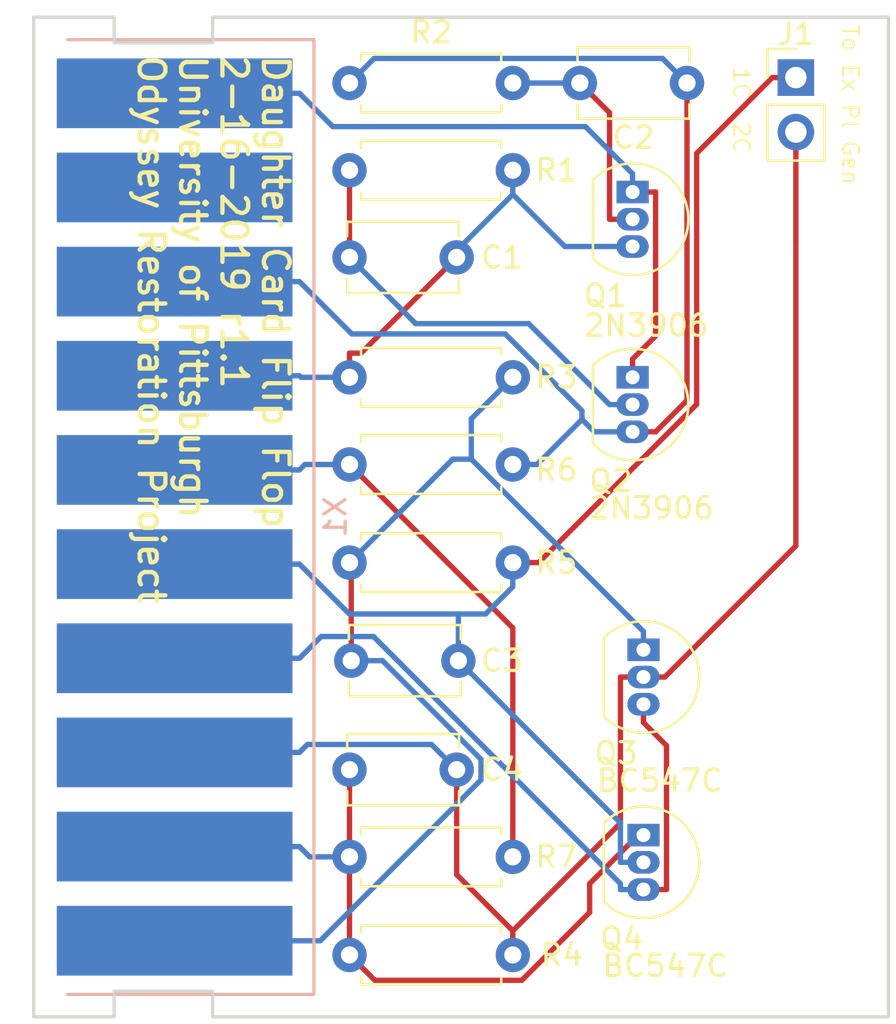
<source format=kicad_pcb>
(kicad_pcb (version 20171130) (host pcbnew "(5.0.1)-3")

  (general
    (thickness 1.6)
    (drawings 16)
    (tracks 112)
    (zones 0)
    (modules 17)
    (nets 12)
  )

  (page A4)
  (title_block
    (title "Odyssey Daughter Card Flip Flop")
    (date 2019-02-16)
    (rev 1.1)
    (company "University of Pittsburgh - Odyssey Restoration Project")
    (comment 1 "Levi Burner")
  )

  (layers
    (0 F.Cu signal)
    (31 B.Cu signal)
    (32 B.Adhes user)
    (33 F.Adhes user)
    (34 B.Paste user)
    (35 F.Paste user)
    (36 B.SilkS user)
    (37 F.SilkS user)
    (38 B.Mask user)
    (39 F.Mask user)
    (40 Dwgs.User user)
    (41 Cmts.User user)
    (42 Eco1.User user)
    (43 Eco2.User user)
    (44 Edge.Cuts user)
    (45 Margin user)
    (46 B.CrtYd user)
    (47 F.CrtYd user)
    (48 B.Fab user)
    (49 F.Fab user)
  )

  (setup
    (last_trace_width 0.25)
    (user_trace_width 2.5)
    (trace_clearance 0.2)
    (zone_clearance 0.508)
    (zone_45_only no)
    (trace_min 0.2)
    (segment_width 0.2)
    (edge_width 0.15)
    (via_size 0.8)
    (via_drill 0.4)
    (via_min_size 0.4)
    (via_min_drill 0.3)
    (uvia_size 0.3)
    (uvia_drill 0.1)
    (uvias_allowed no)
    (uvia_min_size 0.2)
    (uvia_min_drill 0.1)
    (pcb_text_width 0.3)
    (pcb_text_size 1.5 1.5)
    (mod_edge_width 0.15)
    (mod_text_size 1 1)
    (mod_text_width 0.15)
    (pad_size 1.05 1.5)
    (pad_drill 0.65)
    (pad_to_mask_clearance 0.2)
    (solder_mask_min_width 0.25)
    (aux_axis_origin 0 0)
    (visible_elements 7FFFFFFF)
    (pcbplotparams
      (layerselection 0x010f0_ffffffff)
      (usegerberextensions false)
      (usegerberattributes false)
      (usegerberadvancedattributes false)
      (creategerberjobfile false)
      (excludeedgelayer true)
      (linewidth 0.100000)
      (plotframeref false)
      (viasonmask false)
      (mode 1)
      (useauxorigin false)
      (hpglpennumber 1)
      (hpglpenspeed 20)
      (hpglpendiameter 15.000000)
      (psnegative false)
      (psa4output false)
      (plotreference true)
      (plotvalue true)
      (plotinvisibletext false)
      (padsonsilk false)
      (subtractmaskfromsilk false)
      (outputformat 1)
      (mirror false)
      (drillshape 0)
      (scaleselection 1)
      (outputdirectory "gerbers/"))
  )

  (net 0 "")
  (net 1 /Card7)
  (net 2 "Net-(C1-Pad1)")
  (net 3 "Net-(C2-Pad2)")
  (net 4 /Card8)
  (net 5 /Card5)
  (net 6 /Card1)
  (net 7 /Card2)
  (net 8 /Card3)
  (net 9 /Card10)
  (net 10 GND)
  (net 11 /Card6)

  (net_class Default "This is the default net class."
    (clearance 0.2)
    (trace_width 0.25)
    (via_dia 0.8)
    (via_drill 0.4)
    (uvia_dia 0.3)
    (uvia_drill 0.1)
    (add_net /Card1)
    (add_net /Card10)
    (add_net /Card2)
    (add_net /Card3)
    (add_net /Card5)
    (add_net /Card6)
    (add_net /Card7)
    (add_net /Card8)
    (add_net GND)
    (add_net "Net-(C1-Pad1)")
    (add_net "Net-(C2-Pad2)")
  )

  (module Odyssey_Daughter_Card:Odyssey_Daughter_Card (layer F.Cu) (tedit 5B0D8ECD) (tstamp 5B2441A7)
    (at 129 101)
    (path /5B0D981F)
    (fp_text reference X1 (at 7.5 0 90) (layer B.SilkS)
      (effects (font (size 1 1) (thickness 0.15)) (justify mirror))
    )
    (fp_text value OdysseyDaughterCard (at 0 -23.25) (layer F.Fab)
      (effects (font (size 1 1) (thickness 0.15)))
    )
    (fp_line (start -5 -22.25) (end 6.5 -22.25) (layer B.SilkS) (width 0.15))
    (fp_line (start 6.5 -22.25) (end 6.5 22.25) (layer B.SilkS) (width 0.15))
    (fp_line (start 6.5 22.25) (end -5 22.25) (layer B.SilkS) (width 0.15))
    (pad 10 smd rect (at 0 -19.75) (size 11 3.25) (layers B.Cu B.Mask)
      (net 9 /Card10))
    (pad 9 smd rect (at 0 -15.361112) (size 11 3.25) (layers B.Cu B.Mask))
    (pad 8 smd rect (at 0 -10.972224) (size 11 3.25) (layers B.Cu B.Mask)
      (net 4 /Card8))
    (pad 7 smd rect (at 0 -6.583336) (size 11 3.25) (layers B.Cu B.Mask)
      (net 1 /Card7))
    (pad 6 smd rect (at 0 -2.194448) (size 11 3.25) (layers B.Cu B.Mask)
      (net 11 /Card6))
    (pad 5 smd rect (at 0 2.19444) (size 11 3.25) (layers B.Cu B.Mask)
      (net 5 /Card5))
    (pad 4 smd rect (at 0 6.583328) (size 11 3.25) (layers B.Cu B.Mask)
      (net 10 GND))
    (pad 3 smd rect (at 0 10.972216) (size 11 3.25) (layers B.Cu B.Mask)
      (net 8 /Card3))
    (pad 2 smd rect (at 0 15.361104) (size 11 3.25) (layers B.Cu B.Mask)
      (net 7 /Card2))
    (pad 1 smd rect (at 0 19.749992) (size 11 3.25) (layers B.Cu B.Mask)
      (net 6 /Card1))
  )

  (module Capacitor_THT:C_Disc_D5.1mm_W3.2mm_P5.00mm (layer F.Cu) (tedit 5A142A3B) (tstamp 5B8EF54F)
    (at 137.16 88.9)
    (descr "C, Disc series, Radial, pin pitch=5.00mm, diameter*width=5.1*3.2mm^2, Capacitor, http://www.vishay.com/docs/45233/krseries.pdf")
    (tags "C Disc series Radial pin pitch 5.00mm  diameter 5.1mm width 3.2mm Capacitor")
    (path /5B785150)
    (fp_text reference C1 (at 7.112 0) (layer F.SilkS)
      (effects (font (size 1 1) (thickness 0.15)))
    )
    (fp_text value 0.1u (at 2.5 2.91) (layer F.Fab)
      (effects (font (size 1 1) (thickness 0.15)))
    )
    (fp_text user %R (at 2.5 0) (layer F.Fab)
      (effects (font (size 1 1) (thickness 0.15)))
    )
    (fp_line (start 6.05 -1.95) (end -1.05 -1.95) (layer F.CrtYd) (width 0.05))
    (fp_line (start 6.05 1.95) (end 6.05 -1.95) (layer F.CrtYd) (width 0.05))
    (fp_line (start -1.05 1.95) (end 6.05 1.95) (layer F.CrtYd) (width 0.05))
    (fp_line (start -1.05 -1.95) (end -1.05 1.95) (layer F.CrtYd) (width 0.05))
    (fp_line (start 5.11 0.996) (end 5.11 1.66) (layer F.SilkS) (width 0.12))
    (fp_line (start 5.11 -1.66) (end 5.11 -0.996) (layer F.SilkS) (width 0.12))
    (fp_line (start -0.11 0.996) (end -0.11 1.66) (layer F.SilkS) (width 0.12))
    (fp_line (start -0.11 -1.66) (end -0.11 -0.996) (layer F.SilkS) (width 0.12))
    (fp_line (start -0.11 1.66) (end 5.11 1.66) (layer F.SilkS) (width 0.12))
    (fp_line (start -0.11 -1.66) (end 5.11 -1.66) (layer F.SilkS) (width 0.12))
    (fp_line (start 5.05 -1.6) (end -0.05 -1.6) (layer F.Fab) (width 0.1))
    (fp_line (start 5.05 1.6) (end 5.05 -1.6) (layer F.Fab) (width 0.1))
    (fp_line (start -0.05 1.6) (end 5.05 1.6) (layer F.Fab) (width 0.1))
    (fp_line (start -0.05 -1.6) (end -0.05 1.6) (layer F.Fab) (width 0.1))
    (pad 2 thru_hole circle (at 5 0) (size 1.6 1.6) (drill 0.8) (layers *.Cu *.Mask)
      (net 1 /Card7))
    (pad 1 thru_hole circle (at 0 0) (size 1.6 1.6) (drill 0.8) (layers *.Cu *.Mask)
      (net 2 "Net-(C1-Pad1)"))
    (model ${KISYS3DMOD}/Capacitor_THT.3dshapes/C_Disc_D5.1mm_W3.2mm_P5.00mm.wrl
      (at (xyz 0 0 0))
      (scale (xyz 1 1 1))
      (rotate (xyz 0 0 0))
    )
  )

  (module Capacitor_THT:C_Disc_D5.1mm_W3.2mm_P5.00mm (layer F.Cu) (tedit 5A142A3B) (tstamp 5B8EF564)
    (at 152.908 80.772 180)
    (descr "C, Disc series, Radial, pin pitch=5.00mm, diameter*width=5.1*3.2mm^2, Capacitor, http://www.vishay.com/docs/45233/krseries.pdf")
    (tags "C Disc series Radial pin pitch 5.00mm  diameter 5.1mm width 3.2mm Capacitor")
    (path /5B784CAC)
    (fp_text reference C2 (at 2.5 -2.54 180) (layer F.SilkS)
      (effects (font (size 1 1) (thickness 0.15)))
    )
    (fp_text value 0.1u (at 2.5 2.91 180) (layer F.Fab)
      (effects (font (size 1 1) (thickness 0.15)))
    )
    (fp_text user %R (at 2.5 0 180) (layer F.Fab)
      (effects (font (size 1 1) (thickness 0.15)))
    )
    (fp_line (start 6.05 -1.95) (end -1.05 -1.95) (layer F.CrtYd) (width 0.05))
    (fp_line (start 6.05 1.95) (end 6.05 -1.95) (layer F.CrtYd) (width 0.05))
    (fp_line (start -1.05 1.95) (end 6.05 1.95) (layer F.CrtYd) (width 0.05))
    (fp_line (start -1.05 -1.95) (end -1.05 1.95) (layer F.CrtYd) (width 0.05))
    (fp_line (start 5.11 0.996) (end 5.11 1.66) (layer F.SilkS) (width 0.12))
    (fp_line (start 5.11 -1.66) (end 5.11 -0.996) (layer F.SilkS) (width 0.12))
    (fp_line (start -0.11 0.996) (end -0.11 1.66) (layer F.SilkS) (width 0.12))
    (fp_line (start -0.11 -1.66) (end -0.11 -0.996) (layer F.SilkS) (width 0.12))
    (fp_line (start -0.11 1.66) (end 5.11 1.66) (layer F.SilkS) (width 0.12))
    (fp_line (start -0.11 -1.66) (end 5.11 -1.66) (layer F.SilkS) (width 0.12))
    (fp_line (start 5.05 -1.6) (end -0.05 -1.6) (layer F.Fab) (width 0.1))
    (fp_line (start 5.05 1.6) (end 5.05 -1.6) (layer F.Fab) (width 0.1))
    (fp_line (start -0.05 1.6) (end 5.05 1.6) (layer F.Fab) (width 0.1))
    (fp_line (start -0.05 -1.6) (end -0.05 1.6) (layer F.Fab) (width 0.1))
    (pad 2 thru_hole circle (at 5 0 180) (size 1.6 1.6) (drill 0.8) (layers *.Cu *.Mask)
      (net 3 "Net-(C2-Pad2)"))
    (pad 1 thru_hole circle (at 0 0 180) (size 1.6 1.6) (drill 0.8) (layers *.Cu *.Mask)
      (net 4 /Card8))
    (model ${KISYS3DMOD}/Capacitor_THT.3dshapes/C_Disc_D5.1mm_W3.2mm_P5.00mm.wrl
      (at (xyz 0 0 0))
      (scale (xyz 1 1 1))
      (rotate (xyz 0 0 0))
    )
  )

  (module Capacitor_THT:C_Disc_D5.1mm_W3.2mm_P5.00mm (layer F.Cu) (tedit 5A142A3B) (tstamp 5B8EF579)
    (at 142.24 107.696 180)
    (descr "C, Disc series, Radial, pin pitch=5.00mm, diameter*width=5.1*3.2mm^2, Capacitor, http://www.vishay.com/docs/45233/krseries.pdf")
    (tags "C Disc series Radial pin pitch 5.00mm  diameter 5.1mm width 3.2mm Capacitor")
    (path /5B785102)
    (fp_text reference C3 (at -2.032 0 180) (layer F.SilkS)
      (effects (font (size 1 1) (thickness 0.15)))
    )
    (fp_text value 100p (at 2.5 2.91 180) (layer F.Fab)
      (effects (font (size 1 1) (thickness 0.15)))
    )
    (fp_line (start -0.05 -1.6) (end -0.05 1.6) (layer F.Fab) (width 0.1))
    (fp_line (start -0.05 1.6) (end 5.05 1.6) (layer F.Fab) (width 0.1))
    (fp_line (start 5.05 1.6) (end 5.05 -1.6) (layer F.Fab) (width 0.1))
    (fp_line (start 5.05 -1.6) (end -0.05 -1.6) (layer F.Fab) (width 0.1))
    (fp_line (start -0.11 -1.66) (end 5.11 -1.66) (layer F.SilkS) (width 0.12))
    (fp_line (start -0.11 1.66) (end 5.11 1.66) (layer F.SilkS) (width 0.12))
    (fp_line (start -0.11 -1.66) (end -0.11 -0.996) (layer F.SilkS) (width 0.12))
    (fp_line (start -0.11 0.996) (end -0.11 1.66) (layer F.SilkS) (width 0.12))
    (fp_line (start 5.11 -1.66) (end 5.11 -0.996) (layer F.SilkS) (width 0.12))
    (fp_line (start 5.11 0.996) (end 5.11 1.66) (layer F.SilkS) (width 0.12))
    (fp_line (start -1.05 -1.95) (end -1.05 1.95) (layer F.CrtYd) (width 0.05))
    (fp_line (start -1.05 1.95) (end 6.05 1.95) (layer F.CrtYd) (width 0.05))
    (fp_line (start 6.05 1.95) (end 6.05 -1.95) (layer F.CrtYd) (width 0.05))
    (fp_line (start 6.05 -1.95) (end -1.05 -1.95) (layer F.CrtYd) (width 0.05))
    (fp_text user %R (at 2.5 0 180) (layer F.Fab)
      (effects (font (size 1 1) (thickness 0.15)))
    )
    (pad 1 thru_hole circle (at 0 0 180) (size 1.6 1.6) (drill 0.8) (layers *.Cu *.Mask)
      (net 5 /Card5))
    (pad 2 thru_hole circle (at 5 0 180) (size 1.6 1.6) (drill 0.8) (layers *.Cu *.Mask)
      (net 6 /Card1))
    (model ${KISYS3DMOD}/Capacitor_THT.3dshapes/C_Disc_D5.1mm_W3.2mm_P5.00mm.wrl
      (at (xyz 0 0 0))
      (scale (xyz 1 1 1))
      (rotate (xyz 0 0 0))
    )
  )

  (module Capacitor_THT:C_Disc_D5.1mm_W3.2mm_P5.00mm (layer F.Cu) (tedit 5A142A3B) (tstamp 5B8EF58E)
    (at 137.16 112.776)
    (descr "C, Disc series, Radial, pin pitch=5.00mm, diameter*width=5.1*3.2mm^2, Capacitor, http://www.vishay.com/docs/45233/krseries.pdf")
    (tags "C Disc series Radial pin pitch 5.00mm  diameter 5.1mm width 3.2mm Capacitor")
    (path /5B784C18)
    (fp_text reference C4 (at 7.112 0) (layer F.SilkS)
      (effects (font (size 1 1) (thickness 0.15)))
    )
    (fp_text value 100p (at 2.5 2.91) (layer F.Fab)
      (effects (font (size 1 1) (thickness 0.15)))
    )
    (fp_line (start -0.05 -1.6) (end -0.05 1.6) (layer F.Fab) (width 0.1))
    (fp_line (start -0.05 1.6) (end 5.05 1.6) (layer F.Fab) (width 0.1))
    (fp_line (start 5.05 1.6) (end 5.05 -1.6) (layer F.Fab) (width 0.1))
    (fp_line (start 5.05 -1.6) (end -0.05 -1.6) (layer F.Fab) (width 0.1))
    (fp_line (start -0.11 -1.66) (end 5.11 -1.66) (layer F.SilkS) (width 0.12))
    (fp_line (start -0.11 1.66) (end 5.11 1.66) (layer F.SilkS) (width 0.12))
    (fp_line (start -0.11 -1.66) (end -0.11 -0.996) (layer F.SilkS) (width 0.12))
    (fp_line (start -0.11 0.996) (end -0.11 1.66) (layer F.SilkS) (width 0.12))
    (fp_line (start 5.11 -1.66) (end 5.11 -0.996) (layer F.SilkS) (width 0.12))
    (fp_line (start 5.11 0.996) (end 5.11 1.66) (layer F.SilkS) (width 0.12))
    (fp_line (start -1.05 -1.95) (end -1.05 1.95) (layer F.CrtYd) (width 0.05))
    (fp_line (start -1.05 1.95) (end 6.05 1.95) (layer F.CrtYd) (width 0.05))
    (fp_line (start 6.05 1.95) (end 6.05 -1.95) (layer F.CrtYd) (width 0.05))
    (fp_line (start 6.05 -1.95) (end -1.05 -1.95) (layer F.CrtYd) (width 0.05))
    (fp_text user %R (at 2.5 0) (layer F.Fab)
      (effects (font (size 1 1) (thickness 0.15)))
    )
    (pad 1 thru_hole circle (at 0 0) (size 1.6 1.6) (drill 0.8) (layers *.Cu *.Mask)
      (net 7 /Card2))
    (pad 2 thru_hole circle (at 5 0) (size 1.6 1.6) (drill 0.8) (layers *.Cu *.Mask)
      (net 8 /Card3))
    (model ${KISYS3DMOD}/Capacitor_THT.3dshapes/C_Disc_D5.1mm_W3.2mm_P5.00mm.wrl
      (at (xyz 0 0 0))
      (scale (xyz 1 1 1))
      (rotate (xyz 0 0 0))
    )
  )

  (module Package_TO_SOT_THT:TO-92_Inline (layer F.Cu) (tedit 5B784CAA) (tstamp 5B8EF5A0)
    (at 150.368 85.852 270)
    (descr "TO-92 leads in-line, narrow, oval pads, drill 0.75mm (see NXP sot054_po.pdf)")
    (tags "to-92 sc-43 sc-43a sot54 PA33 transistor")
    (path /5B7844FC)
    (fp_text reference Q1 (at 4.826 1.27) (layer F.SilkS)
      (effects (font (size 1 1) (thickness 0.15)))
    )
    (fp_text value 2N3906 (at 6.223 -0.635) (layer F.SilkS)
      (effects (font (size 1 1) (thickness 0.15)))
    )
    (fp_text user %R (at 4.826 1.27) (layer F.Fab)
      (effects (font (size 1 1) (thickness 0.15)))
    )
    (fp_line (start -0.53 1.85) (end 3.07 1.85) (layer F.SilkS) (width 0.12))
    (fp_line (start -0.5 1.75) (end 3 1.75) (layer F.Fab) (width 0.1))
    (fp_line (start -1.46 -2.73) (end 4 -2.73) (layer F.CrtYd) (width 0.05))
    (fp_line (start -1.46 -2.73) (end -1.46 2.01) (layer F.CrtYd) (width 0.05))
    (fp_line (start 4 2.01) (end 4 -2.73) (layer F.CrtYd) (width 0.05))
    (fp_line (start 4 2.01) (end -1.46 2.01) (layer F.CrtYd) (width 0.05))
    (fp_arc (start 1.27 0) (end 1.27 -2.48) (angle 135) (layer F.Fab) (width 0.1))
    (fp_arc (start 1.27 0) (end 1.27 -2.6) (angle -135) (layer F.SilkS) (width 0.12))
    (fp_arc (start 1.27 0) (end 1.27 -2.48) (angle -135) (layer F.Fab) (width 0.1))
    (fp_arc (start 1.27 0) (end 1.27 -2.6) (angle 135) (layer F.SilkS) (width 0.12))
    (pad 2 thru_hole oval (at 1.27 0 270) (size 1.05 1.5) (drill 0.65) (layers *.Cu *.Mask)
      (net 3 "Net-(C2-Pad2)"))
    (pad 3 thru_hole oval (at 2.54 0 270) (size 1.05 1.5) (drill 0.65) (layers *.Cu *.Mask)
      (net 1 /Card7))
    (pad 1 thru_hole rect (at 0 0 270) (size 1.05 1.5) (drill 0.65) (layers *.Cu *.Mask)
      (net 9 /Card10))
    (model ${KISYS3DMOD}/Package_TO_SOT_THT.3dshapes/TO-92_Inline.wrl
      (at (xyz 0 0 0))
      (scale (xyz 1 1 1))
      (rotate (xyz 0 0 0))
    )
  )

  (module Package_TO_SOT_THT:TO-92_Inline (layer F.Cu) (tedit 5B784CB7) (tstamp 5B8EF5B2)
    (at 150.368 94.488 270)
    (descr "TO-92 leads in-line, narrow, oval pads, drill 0.75mm (see NXP sot054_po.pdf)")
    (tags "to-92 sc-43 sc-43a sot54 PA33 transistor")
    (path /5B784524)
    (fp_text reference Q2 (at 4.826 1.016) (layer F.SilkS)
      (effects (font (size 1 1) (thickness 0.15)))
    )
    (fp_text value 2N3906 (at 6.096 -0.889) (layer F.SilkS)
      (effects (font (size 1 1) (thickness 0.15)))
    )
    (fp_arc (start 1.27 0) (end 1.27 -2.6) (angle 135) (layer F.SilkS) (width 0.12))
    (fp_arc (start 1.27 0) (end 1.27 -2.48) (angle -135) (layer F.Fab) (width 0.1))
    (fp_arc (start 1.27 0) (end 1.27 -2.6) (angle -135) (layer F.SilkS) (width 0.12))
    (fp_arc (start 1.27 0) (end 1.27 -2.48) (angle 135) (layer F.Fab) (width 0.1))
    (fp_line (start 4 2.01) (end -1.46 2.01) (layer F.CrtYd) (width 0.05))
    (fp_line (start 4 2.01) (end 4 -2.73) (layer F.CrtYd) (width 0.05))
    (fp_line (start -1.46 -2.73) (end -1.46 2.01) (layer F.CrtYd) (width 0.05))
    (fp_line (start -1.46 -2.73) (end 4 -2.73) (layer F.CrtYd) (width 0.05))
    (fp_line (start -0.5 1.75) (end 3 1.75) (layer F.Fab) (width 0.1))
    (fp_line (start -0.53 1.85) (end 3.07 1.85) (layer F.SilkS) (width 0.12))
    (fp_text user %R (at 4.826 1.016) (layer F.Fab)
      (effects (font (size 1 1) (thickness 0.15)))
    )
    (pad 1 thru_hole rect (at 0 0 270) (size 1.05 1.5) (drill 0.65) (layers *.Cu *.Mask)
      (net 9 /Card10))
    (pad 3 thru_hole oval (at 2.54 0 270) (size 1.05 1.5) (drill 0.65) (layers *.Cu *.Mask)
      (net 4 /Card8))
    (pad 2 thru_hole oval (at 1.27 0 270) (size 1.05 1.5) (drill 0.65) (layers *.Cu *.Mask)
      (net 2 "Net-(C1-Pad1)"))
    (model ${KISYS3DMOD}/Package_TO_SOT_THT.3dshapes/TO-92_Inline.wrl
      (at (xyz 0 0 0))
      (scale (xyz 1 1 1))
      (rotate (xyz 0 0 0))
    )
  )

  (module Package_TO_SOT_THT:TO-92_Inline (layer F.Cu) (tedit 5B784CC5) (tstamp 5B8EF5C4)
    (at 150.876 107.188 270)
    (descr "TO-92 leads in-line, narrow, oval pads, drill 0.75mm (see NXP sot054_po.pdf)")
    (tags "to-92 sc-43 sc-43a sot54 PA33 transistor")
    (path /5B7845A4)
    (fp_text reference Q3 (at 4.826 1.27) (layer F.SilkS)
      (effects (font (size 1 1) (thickness 0.15)))
    )
    (fp_text value BC547C (at 6.096 -0.762) (layer F.SilkS)
      (effects (font (size 1 1) (thickness 0.15)))
    )
    (fp_text user %R (at 4.826 1.27) (layer F.Fab)
      (effects (font (size 1 1) (thickness 0.15)))
    )
    (fp_line (start -0.53 1.85) (end 3.07 1.85) (layer F.SilkS) (width 0.12))
    (fp_line (start -0.5 1.75) (end 3 1.75) (layer F.Fab) (width 0.1))
    (fp_line (start -1.46 -2.73) (end 4 -2.73) (layer F.CrtYd) (width 0.05))
    (fp_line (start -1.46 -2.73) (end -1.46 2.01) (layer F.CrtYd) (width 0.05))
    (fp_line (start 4 2.01) (end 4 -2.73) (layer F.CrtYd) (width 0.05))
    (fp_line (start 4 2.01) (end -1.46 2.01) (layer F.CrtYd) (width 0.05))
    (fp_arc (start 1.27 0) (end 1.27 -2.48) (angle 135) (layer F.Fab) (width 0.1))
    (fp_arc (start 1.27 0) (end 1.27 -2.6) (angle -135) (layer F.SilkS) (width 0.12))
    (fp_arc (start 1.27 0) (end 1.27 -2.48) (angle -135) (layer F.Fab) (width 0.1))
    (fp_arc (start 1.27 0) (end 1.27 -2.6) (angle 135) (layer F.SilkS) (width 0.12))
    (pad 2 thru_hole oval (at 1.27 0 270) (size 1.05 1.5) (drill 0.65) (layers *.Cu *.Mask)
      (net 8 /Card3))
    (pad 3 thru_hole oval (at 2.54 0 270) (size 1.05 1.5) (drill 0.65) (layers *.Cu *.Mask)
      (net 10 GND))
    (pad 1 thru_hole rect (at 0 0 270) (size 1.05 1.5) (drill 0.65) (layers *.Cu *.Mask)
      (net 6 /Card1))
    (model ${KISYS3DMOD}/Package_TO_SOT_THT.3dshapes/TO-92_Inline.wrl
      (at (xyz 0 0 0))
      (scale (xyz 1 1 1))
      (rotate (xyz 0 0 0))
    )
  )

  (module Package_TO_SOT_THT:TO-92_Inline (layer F.Cu) (tedit 5B784CD2) (tstamp 5B8EF5D6)
    (at 150.876 115.824 270)
    (descr "TO-92 leads in-line, narrow, oval pads, drill 0.75mm (see NXP sot054_po.pdf)")
    (tags "to-92 sc-43 sc-43a sot54 PA33 transistor")
    (path /5B7845DC)
    (fp_text reference Q4 (at 4.826 1.016) (layer F.SilkS)
      (effects (font (size 1 1) (thickness 0.15)))
    )
    (fp_text value BC547C (at 6.096 -1.016) (layer F.SilkS)
      (effects (font (size 1 1) (thickness 0.15)))
    )
    (fp_arc (start 1.27 0) (end 1.27 -2.6) (angle 135) (layer F.SilkS) (width 0.12))
    (fp_arc (start 1.27 0) (end 1.27 -2.48) (angle -135) (layer F.Fab) (width 0.1))
    (fp_arc (start 1.27 0) (end 1.27 -2.6) (angle -135) (layer F.SilkS) (width 0.12))
    (fp_arc (start 1.27 0) (end 1.27 -2.48) (angle 135) (layer F.Fab) (width 0.1))
    (fp_line (start 4 2.01) (end -1.46 2.01) (layer F.CrtYd) (width 0.05))
    (fp_line (start 4 2.01) (end 4 -2.73) (layer F.CrtYd) (width 0.05))
    (fp_line (start -1.46 -2.73) (end -1.46 2.01) (layer F.CrtYd) (width 0.05))
    (fp_line (start -1.46 -2.73) (end 4 -2.73) (layer F.CrtYd) (width 0.05))
    (fp_line (start -0.5 1.75) (end 3 1.75) (layer F.Fab) (width 0.1))
    (fp_line (start -0.53 1.85) (end 3.07 1.85) (layer F.SilkS) (width 0.12))
    (fp_text user %R (at 4.826 1.016) (layer F.Fab)
      (effects (font (size 1 1) (thickness 0.15)))
    )
    (pad 1 thru_hole rect (at 0 0 270) (size 1.05 1.5) (drill 0.65) (layers *.Cu *.Mask)
      (net 7 /Card2))
    (pad 3 thru_hole oval (at 2.54 0 270) (size 1.05 1.5) (drill 0.65) (layers *.Cu *.Mask)
      (net 10 GND))
    (pad 2 thru_hole oval (at 1.27 0 270) (size 1.05 1.5) (drill 0.65) (layers *.Cu *.Mask)
      (net 5 /Card5))
    (model ${KISYS3DMOD}/Package_TO_SOT_THT.3dshapes/TO-92_Inline.wrl
      (at (xyz 0 0 0))
      (scale (xyz 1 1 1))
      (rotate (xyz 0 0 0))
    )
  )

  (module Resistor_THT:R_Axial_DIN0207_L6.3mm_D2.5mm_P7.62mm_Horizontal (layer F.Cu) (tedit 5A24F4B6) (tstamp 5B8EF5ED)
    (at 137.16 84.836)
    (descr "Resistor, Axial_DIN0207 series, Axial, Horizontal, pin pitch=7.62mm, 0.25W = 1/4W, length*diameter=6.3*2.5mm^2, http://cdn-reichelt.de/documents/datenblatt/B400/1_4W%23YAG.pdf")
    (tags "Resistor Axial_DIN0207 series Axial Horizontal pin pitch 7.62mm 0.25W = 1/4W length 6.3mm diameter 2.5mm")
    (path /5B78468C)
    (fp_text reference R1 (at 9.652 0) (layer F.SilkS)
      (effects (font (size 1 1) (thickness 0.15)))
    )
    (fp_text value 47k (at 3.81 2.37) (layer F.Fab)
      (effects (font (size 1 1) (thickness 0.15)))
    )
    (fp_line (start 0.66 -1.25) (end 0.66 1.25) (layer F.Fab) (width 0.1))
    (fp_line (start 0.66 1.25) (end 6.96 1.25) (layer F.Fab) (width 0.1))
    (fp_line (start 6.96 1.25) (end 6.96 -1.25) (layer F.Fab) (width 0.1))
    (fp_line (start 6.96 -1.25) (end 0.66 -1.25) (layer F.Fab) (width 0.1))
    (fp_line (start 0 0) (end 0.66 0) (layer F.Fab) (width 0.1))
    (fp_line (start 7.62 0) (end 6.96 0) (layer F.Fab) (width 0.1))
    (fp_line (start 0.54 -1.04) (end 0.54 -1.37) (layer F.SilkS) (width 0.12))
    (fp_line (start 0.54 -1.37) (end 7.08 -1.37) (layer F.SilkS) (width 0.12))
    (fp_line (start 7.08 -1.37) (end 7.08 -1.04) (layer F.SilkS) (width 0.12))
    (fp_line (start 0.54 1.04) (end 0.54 1.37) (layer F.SilkS) (width 0.12))
    (fp_line (start 0.54 1.37) (end 7.08 1.37) (layer F.SilkS) (width 0.12))
    (fp_line (start 7.08 1.37) (end 7.08 1.04) (layer F.SilkS) (width 0.12))
    (fp_line (start -1.05 -1.65) (end -1.05 1.65) (layer F.CrtYd) (width 0.05))
    (fp_line (start -1.05 1.65) (end 8.7 1.65) (layer F.CrtYd) (width 0.05))
    (fp_line (start 8.7 1.65) (end 8.7 -1.65) (layer F.CrtYd) (width 0.05))
    (fp_line (start 8.7 -1.65) (end -1.05 -1.65) (layer F.CrtYd) (width 0.05))
    (fp_text user %R (at 3.81 0) (layer F.Fab)
      (effects (font (size 1 1) (thickness 0.15)))
    )
    (pad 1 thru_hole circle (at 0 0) (size 1.6 1.6) (drill 0.8) (layers *.Cu *.Mask)
      (net 2 "Net-(C1-Pad1)"))
    (pad 2 thru_hole oval (at 7.62 0) (size 1.6 1.6) (drill 0.8) (layers *.Cu *.Mask)
      (net 1 /Card7))
    (model ${KISYS3DMOD}/Resistor_THT.3dshapes/R_Axial_DIN0207_L6.3mm_D2.5mm_P7.62mm_Horizontal.wrl
      (at (xyz 0 0 0))
      (scale (xyz 1 1 1))
      (rotate (xyz 0 0 0))
    )
  )

  (module Resistor_THT:R_Axial_DIN0207_L6.3mm_D2.5mm_P7.62mm_Horizontal (layer F.Cu) (tedit 5A24F4B6) (tstamp 5B8EF604)
    (at 137.16 80.772)
    (descr "Resistor, Axial_DIN0207 series, Axial, Horizontal, pin pitch=7.62mm, 0.25W = 1/4W, length*diameter=6.3*2.5mm^2, http://cdn-reichelt.de/documents/datenblatt/B400/1_4W%23YAG.pdf")
    (tags "Resistor Axial_DIN0207 series Axial Horizontal pin pitch 7.62mm 0.25W = 1/4W length 6.3mm diameter 2.5mm")
    (path /5B7846E9)
    (fp_text reference R2 (at 3.81 -2.37) (layer F.SilkS)
      (effects (font (size 1 1) (thickness 0.15)))
    )
    (fp_text value 47k (at 3.81 2.37) (layer F.Fab)
      (effects (font (size 1 1) (thickness 0.15)))
    )
    (fp_text user %R (at 3.81 0) (layer F.Fab)
      (effects (font (size 1 1) (thickness 0.15)))
    )
    (fp_line (start 8.7 -1.65) (end -1.05 -1.65) (layer F.CrtYd) (width 0.05))
    (fp_line (start 8.7 1.65) (end 8.7 -1.65) (layer F.CrtYd) (width 0.05))
    (fp_line (start -1.05 1.65) (end 8.7 1.65) (layer F.CrtYd) (width 0.05))
    (fp_line (start -1.05 -1.65) (end -1.05 1.65) (layer F.CrtYd) (width 0.05))
    (fp_line (start 7.08 1.37) (end 7.08 1.04) (layer F.SilkS) (width 0.12))
    (fp_line (start 0.54 1.37) (end 7.08 1.37) (layer F.SilkS) (width 0.12))
    (fp_line (start 0.54 1.04) (end 0.54 1.37) (layer F.SilkS) (width 0.12))
    (fp_line (start 7.08 -1.37) (end 7.08 -1.04) (layer F.SilkS) (width 0.12))
    (fp_line (start 0.54 -1.37) (end 7.08 -1.37) (layer F.SilkS) (width 0.12))
    (fp_line (start 0.54 -1.04) (end 0.54 -1.37) (layer F.SilkS) (width 0.12))
    (fp_line (start 7.62 0) (end 6.96 0) (layer F.Fab) (width 0.1))
    (fp_line (start 0 0) (end 0.66 0) (layer F.Fab) (width 0.1))
    (fp_line (start 6.96 -1.25) (end 0.66 -1.25) (layer F.Fab) (width 0.1))
    (fp_line (start 6.96 1.25) (end 6.96 -1.25) (layer F.Fab) (width 0.1))
    (fp_line (start 0.66 1.25) (end 6.96 1.25) (layer F.Fab) (width 0.1))
    (fp_line (start 0.66 -1.25) (end 0.66 1.25) (layer F.Fab) (width 0.1))
    (pad 2 thru_hole oval (at 7.62 0) (size 1.6 1.6) (drill 0.8) (layers *.Cu *.Mask)
      (net 3 "Net-(C2-Pad2)"))
    (pad 1 thru_hole circle (at 0 0) (size 1.6 1.6) (drill 0.8) (layers *.Cu *.Mask)
      (net 4 /Card8))
    (model ${KISYS3DMOD}/Resistor_THT.3dshapes/R_Axial_DIN0207_L6.3mm_D2.5mm_P7.62mm_Horizontal.wrl
      (at (xyz 0 0 0))
      (scale (xyz 1 1 1))
      (rotate (xyz 0 0 0))
    )
  )

  (module Resistor_THT:R_Axial_DIN0207_L6.3mm_D2.5mm_P7.62mm_Horizontal (layer F.Cu) (tedit 5A24F4B6) (tstamp 5B8EF61B)
    (at 144.78 94.488 180)
    (descr "Resistor, Axial_DIN0207 series, Axial, Horizontal, pin pitch=7.62mm, 0.25W = 1/4W, length*diameter=6.3*2.5mm^2, http://cdn-reichelt.de/documents/datenblatt/B400/1_4W%23YAG.pdf")
    (tags "Resistor Axial_DIN0207 series Axial Horizontal pin pitch 7.62mm 0.25W = 1/4W length 6.3mm diameter 2.5mm")
    (path /5B784745)
    (fp_text reference R3 (at -2.032 0 180) (layer F.SilkS)
      (effects (font (size 1 1) (thickness 0.15)))
    )
    (fp_text value 2.2k (at 3.81 2.37 180) (layer F.Fab)
      (effects (font (size 1 1) (thickness 0.15)))
    )
    (fp_text user %R (at 3.81 0 180) (layer F.Fab)
      (effects (font (size 1 1) (thickness 0.15)))
    )
    (fp_line (start 8.7 -1.65) (end -1.05 -1.65) (layer F.CrtYd) (width 0.05))
    (fp_line (start 8.7 1.65) (end 8.7 -1.65) (layer F.CrtYd) (width 0.05))
    (fp_line (start -1.05 1.65) (end 8.7 1.65) (layer F.CrtYd) (width 0.05))
    (fp_line (start -1.05 -1.65) (end -1.05 1.65) (layer F.CrtYd) (width 0.05))
    (fp_line (start 7.08 1.37) (end 7.08 1.04) (layer F.SilkS) (width 0.12))
    (fp_line (start 0.54 1.37) (end 7.08 1.37) (layer F.SilkS) (width 0.12))
    (fp_line (start 0.54 1.04) (end 0.54 1.37) (layer F.SilkS) (width 0.12))
    (fp_line (start 7.08 -1.37) (end 7.08 -1.04) (layer F.SilkS) (width 0.12))
    (fp_line (start 0.54 -1.37) (end 7.08 -1.37) (layer F.SilkS) (width 0.12))
    (fp_line (start 0.54 -1.04) (end 0.54 -1.37) (layer F.SilkS) (width 0.12))
    (fp_line (start 7.62 0) (end 6.96 0) (layer F.Fab) (width 0.1))
    (fp_line (start 0 0) (end 0.66 0) (layer F.Fab) (width 0.1))
    (fp_line (start 6.96 -1.25) (end 0.66 -1.25) (layer F.Fab) (width 0.1))
    (fp_line (start 6.96 1.25) (end 6.96 -1.25) (layer F.Fab) (width 0.1))
    (fp_line (start 0.66 1.25) (end 6.96 1.25) (layer F.Fab) (width 0.1))
    (fp_line (start 0.66 -1.25) (end 0.66 1.25) (layer F.Fab) (width 0.1))
    (pad 2 thru_hole oval (at 7.62 0 180) (size 1.6 1.6) (drill 0.8) (layers *.Cu *.Mask)
      (net 1 /Card7))
    (pad 1 thru_hole circle (at 0 0 180) (size 1.6 1.6) (drill 0.8) (layers *.Cu *.Mask)
      (net 6 /Card1))
    (model ${KISYS3DMOD}/Resistor_THT.3dshapes/R_Axial_DIN0207_L6.3mm_D2.5mm_P7.62mm_Horizontal.wrl
      (at (xyz 0 0 0))
      (scale (xyz 1 1 1))
      (rotate (xyz 0 0 0))
    )
  )

  (module Resistor_THT:R_Axial_DIN0207_L6.3mm_D2.5mm_P7.62mm_Horizontal (layer F.Cu) (tedit 5A24F4B6) (tstamp 5B8EF632)
    (at 137.16 121.412)
    (descr "Resistor, Axial_DIN0207 series, Axial, Horizontal, pin pitch=7.62mm, 0.25W = 1/4W, length*diameter=6.3*2.5mm^2, http://cdn-reichelt.de/documents/datenblatt/B400/1_4W%23YAG.pdf")
    (tags "Resistor Axial_DIN0207 series Axial Horizontal pin pitch 7.62mm 0.25W = 1/4W length 6.3mm diameter 2.5mm")
    (path /5B784850)
    (fp_text reference R4 (at 9.906 0) (layer F.SilkS)
      (effects (font (size 1 1) (thickness 0.15)))
    )
    (fp_text value 47k (at 3.81 2.37) (layer F.Fab)
      (effects (font (size 1 1) (thickness 0.15)))
    )
    (fp_text user %R (at 3.81 0) (layer F.Fab)
      (effects (font (size 1 1) (thickness 0.15)))
    )
    (fp_line (start 8.7 -1.65) (end -1.05 -1.65) (layer F.CrtYd) (width 0.05))
    (fp_line (start 8.7 1.65) (end 8.7 -1.65) (layer F.CrtYd) (width 0.05))
    (fp_line (start -1.05 1.65) (end 8.7 1.65) (layer F.CrtYd) (width 0.05))
    (fp_line (start -1.05 -1.65) (end -1.05 1.65) (layer F.CrtYd) (width 0.05))
    (fp_line (start 7.08 1.37) (end 7.08 1.04) (layer F.SilkS) (width 0.12))
    (fp_line (start 0.54 1.37) (end 7.08 1.37) (layer F.SilkS) (width 0.12))
    (fp_line (start 0.54 1.04) (end 0.54 1.37) (layer F.SilkS) (width 0.12))
    (fp_line (start 7.08 -1.37) (end 7.08 -1.04) (layer F.SilkS) (width 0.12))
    (fp_line (start 0.54 -1.37) (end 7.08 -1.37) (layer F.SilkS) (width 0.12))
    (fp_line (start 0.54 -1.04) (end 0.54 -1.37) (layer F.SilkS) (width 0.12))
    (fp_line (start 7.62 0) (end 6.96 0) (layer F.Fab) (width 0.1))
    (fp_line (start 0 0) (end 0.66 0) (layer F.Fab) (width 0.1))
    (fp_line (start 6.96 -1.25) (end 0.66 -1.25) (layer F.Fab) (width 0.1))
    (fp_line (start 6.96 1.25) (end 6.96 -1.25) (layer F.Fab) (width 0.1))
    (fp_line (start 0.66 1.25) (end 6.96 1.25) (layer F.Fab) (width 0.1))
    (fp_line (start 0.66 -1.25) (end 0.66 1.25) (layer F.Fab) (width 0.1))
    (pad 2 thru_hole oval (at 7.62 0) (size 1.6 1.6) (drill 0.8) (layers *.Cu *.Mask)
      (net 8 /Card3))
    (pad 1 thru_hole circle (at 0 0) (size 1.6 1.6) (drill 0.8) (layers *.Cu *.Mask)
      (net 7 /Card2))
    (model ${KISYS3DMOD}/Resistor_THT.3dshapes/R_Axial_DIN0207_L6.3mm_D2.5mm_P7.62mm_Horizontal.wrl
      (at (xyz 0 0 0))
      (scale (xyz 1 1 1))
      (rotate (xyz 0 0 0))
    )
  )

  (module Resistor_THT:R_Axial_DIN0207_L6.3mm_D2.5mm_P7.62mm_Horizontal (layer F.Cu) (tedit 5A24F4B6) (tstamp 5B8EF649)
    (at 137.16 103.124)
    (descr "Resistor, Axial_DIN0207 series, Axial, Horizontal, pin pitch=7.62mm, 0.25W = 1/4W, length*diameter=6.3*2.5mm^2, http://cdn-reichelt.de/documents/datenblatt/B400/1_4W%23YAG.pdf")
    (tags "Resistor Axial_DIN0207 series Axial Horizontal pin pitch 7.62mm 0.25W = 1/4W length 6.3mm diameter 2.5mm")
    (path /5B784803)
    (fp_text reference R5 (at 9.652 0) (layer F.SilkS)
      (effects (font (size 1 1) (thickness 0.15)))
    )
    (fp_text value 47k (at 3.81 2.37) (layer F.Fab)
      (effects (font (size 1 1) (thickness 0.15)))
    )
    (fp_line (start 0.66 -1.25) (end 0.66 1.25) (layer F.Fab) (width 0.1))
    (fp_line (start 0.66 1.25) (end 6.96 1.25) (layer F.Fab) (width 0.1))
    (fp_line (start 6.96 1.25) (end 6.96 -1.25) (layer F.Fab) (width 0.1))
    (fp_line (start 6.96 -1.25) (end 0.66 -1.25) (layer F.Fab) (width 0.1))
    (fp_line (start 0 0) (end 0.66 0) (layer F.Fab) (width 0.1))
    (fp_line (start 7.62 0) (end 6.96 0) (layer F.Fab) (width 0.1))
    (fp_line (start 0.54 -1.04) (end 0.54 -1.37) (layer F.SilkS) (width 0.12))
    (fp_line (start 0.54 -1.37) (end 7.08 -1.37) (layer F.SilkS) (width 0.12))
    (fp_line (start 7.08 -1.37) (end 7.08 -1.04) (layer F.SilkS) (width 0.12))
    (fp_line (start 0.54 1.04) (end 0.54 1.37) (layer F.SilkS) (width 0.12))
    (fp_line (start 0.54 1.37) (end 7.08 1.37) (layer F.SilkS) (width 0.12))
    (fp_line (start 7.08 1.37) (end 7.08 1.04) (layer F.SilkS) (width 0.12))
    (fp_line (start -1.05 -1.65) (end -1.05 1.65) (layer F.CrtYd) (width 0.05))
    (fp_line (start -1.05 1.65) (end 8.7 1.65) (layer F.CrtYd) (width 0.05))
    (fp_line (start 8.7 1.65) (end 8.7 -1.65) (layer F.CrtYd) (width 0.05))
    (fp_line (start 8.7 -1.65) (end -1.05 -1.65) (layer F.CrtYd) (width 0.05))
    (fp_text user %R (at 3.81 0) (layer F.Fab)
      (effects (font (size 1 1) (thickness 0.15)))
    )
    (pad 1 thru_hole circle (at 0 0) (size 1.6 1.6) (drill 0.8) (layers *.Cu *.Mask)
      (net 6 /Card1))
    (pad 2 thru_hole oval (at 7.62 0) (size 1.6 1.6) (drill 0.8) (layers *.Cu *.Mask)
      (net 5 /Card5))
    (model ${KISYS3DMOD}/Resistor_THT.3dshapes/R_Axial_DIN0207_L6.3mm_D2.5mm_P7.62mm_Horizontal.wrl
      (at (xyz 0 0 0))
      (scale (xyz 1 1 1))
      (rotate (xyz 0 0 0))
    )
  )

  (module Resistor_THT:R_Axial_DIN0207_L6.3mm_D2.5mm_P7.62mm_Horizontal (layer F.Cu) (tedit 5A24F4B6) (tstamp 5B8EF660)
    (at 137.16 98.552)
    (descr "Resistor, Axial_DIN0207 series, Axial, Horizontal, pin pitch=7.62mm, 0.25W = 1/4W, length*diameter=6.3*2.5mm^2, http://cdn-reichelt.de/documents/datenblatt/B400/1_4W%23YAG.pdf")
    (tags "Resistor Axial_DIN0207 series Axial Horizontal pin pitch 7.62mm 0.25W = 1/4W length 6.3mm diameter 2.5mm")
    (path /5B78471B)
    (fp_text reference R6 (at 9.652 0.254) (layer F.SilkS)
      (effects (font (size 1 1) (thickness 0.15)))
    )
    (fp_text value 1k (at 3.81 2.37) (layer F.Fab)
      (effects (font (size 1 1) (thickness 0.15)))
    )
    (fp_line (start 0.66 -1.25) (end 0.66 1.25) (layer F.Fab) (width 0.1))
    (fp_line (start 0.66 1.25) (end 6.96 1.25) (layer F.Fab) (width 0.1))
    (fp_line (start 6.96 1.25) (end 6.96 -1.25) (layer F.Fab) (width 0.1))
    (fp_line (start 6.96 -1.25) (end 0.66 -1.25) (layer F.Fab) (width 0.1))
    (fp_line (start 0 0) (end 0.66 0) (layer F.Fab) (width 0.1))
    (fp_line (start 7.62 0) (end 6.96 0) (layer F.Fab) (width 0.1))
    (fp_line (start 0.54 -1.04) (end 0.54 -1.37) (layer F.SilkS) (width 0.12))
    (fp_line (start 0.54 -1.37) (end 7.08 -1.37) (layer F.SilkS) (width 0.12))
    (fp_line (start 7.08 -1.37) (end 7.08 -1.04) (layer F.SilkS) (width 0.12))
    (fp_line (start 0.54 1.04) (end 0.54 1.37) (layer F.SilkS) (width 0.12))
    (fp_line (start 0.54 1.37) (end 7.08 1.37) (layer F.SilkS) (width 0.12))
    (fp_line (start 7.08 1.37) (end 7.08 1.04) (layer F.SilkS) (width 0.12))
    (fp_line (start -1.05 -1.65) (end -1.05 1.65) (layer F.CrtYd) (width 0.05))
    (fp_line (start -1.05 1.65) (end 8.7 1.65) (layer F.CrtYd) (width 0.05))
    (fp_line (start 8.7 1.65) (end 8.7 -1.65) (layer F.CrtYd) (width 0.05))
    (fp_line (start 8.7 -1.65) (end -1.05 -1.65) (layer F.CrtYd) (width 0.05))
    (fp_text user %R (at 3.81 0) (layer F.Fab)
      (effects (font (size 1 1) (thickness 0.15)))
    )
    (pad 1 thru_hole circle (at 0 0) (size 1.6 1.6) (drill 0.8) (layers *.Cu *.Mask)
      (net 11 /Card6))
    (pad 2 thru_hole oval (at 7.62 0) (size 1.6 1.6) (drill 0.8) (layers *.Cu *.Mask)
      (net 4 /Card8))
    (model ${KISYS3DMOD}/Resistor_THT.3dshapes/R_Axial_DIN0207_L6.3mm_D2.5mm_P7.62mm_Horizontal.wrl
      (at (xyz 0 0 0))
      (scale (xyz 1 1 1))
      (rotate (xyz 0 0 0))
    )
  )

  (module Resistor_THT:R_Axial_DIN0207_L6.3mm_D2.5mm_P7.62mm_Horizontal (layer F.Cu) (tedit 5A24F4B6) (tstamp 5B8EF677)
    (at 144.78 116.84 180)
    (descr "Resistor, Axial_DIN0207 series, Axial, Horizontal, pin pitch=7.62mm, 0.25W = 1/4W, length*diameter=6.3*2.5mm^2, http://cdn-reichelt.de/documents/datenblatt/B400/1_4W%23YAG.pdf")
    (tags "Resistor Axial_DIN0207 series Axial Horizontal pin pitch 7.62mm 0.25W = 1/4W length 6.3mm diameter 2.5mm")
    (path /5B784894)
    (fp_text reference R7 (at -2.032 0 180) (layer F.SilkS)
      (effects (font (size 1 1) (thickness 0.15)))
    )
    (fp_text value 1k (at 3.81 2.37 180) (layer F.Fab)
      (effects (font (size 1 1) (thickness 0.15)))
    )
    (fp_line (start 0.66 -1.25) (end 0.66 1.25) (layer F.Fab) (width 0.1))
    (fp_line (start 0.66 1.25) (end 6.96 1.25) (layer F.Fab) (width 0.1))
    (fp_line (start 6.96 1.25) (end 6.96 -1.25) (layer F.Fab) (width 0.1))
    (fp_line (start 6.96 -1.25) (end 0.66 -1.25) (layer F.Fab) (width 0.1))
    (fp_line (start 0 0) (end 0.66 0) (layer F.Fab) (width 0.1))
    (fp_line (start 7.62 0) (end 6.96 0) (layer F.Fab) (width 0.1))
    (fp_line (start 0.54 -1.04) (end 0.54 -1.37) (layer F.SilkS) (width 0.12))
    (fp_line (start 0.54 -1.37) (end 7.08 -1.37) (layer F.SilkS) (width 0.12))
    (fp_line (start 7.08 -1.37) (end 7.08 -1.04) (layer F.SilkS) (width 0.12))
    (fp_line (start 0.54 1.04) (end 0.54 1.37) (layer F.SilkS) (width 0.12))
    (fp_line (start 0.54 1.37) (end 7.08 1.37) (layer F.SilkS) (width 0.12))
    (fp_line (start 7.08 1.37) (end 7.08 1.04) (layer F.SilkS) (width 0.12))
    (fp_line (start -1.05 -1.65) (end -1.05 1.65) (layer F.CrtYd) (width 0.05))
    (fp_line (start -1.05 1.65) (end 8.7 1.65) (layer F.CrtYd) (width 0.05))
    (fp_line (start 8.7 1.65) (end 8.7 -1.65) (layer F.CrtYd) (width 0.05))
    (fp_line (start 8.7 -1.65) (end -1.05 -1.65) (layer F.CrtYd) (width 0.05))
    (fp_text user %R (at 3.81 0 180) (layer F.Fab)
      (effects (font (size 1 1) (thickness 0.15)))
    )
    (pad 1 thru_hole circle (at 0 0 180) (size 1.6 1.6) (drill 0.8) (layers *.Cu *.Mask)
      (net 11 /Card6))
    (pad 2 thru_hole oval (at 7.62 0 180) (size 1.6 1.6) (drill 0.8) (layers *.Cu *.Mask)
      (net 7 /Card2))
    (model ${KISYS3DMOD}/Resistor_THT.3dshapes/R_Axial_DIN0207_L6.3mm_D2.5mm_P7.62mm_Horizontal.wrl
      (at (xyz 0 0 0))
      (scale (xyz 1 1 1))
      (rotate (xyz 0 0 0))
    )
  )

  (module Connector_PinHeader_2.54mm:PinHeader_1x02_P2.54mm_Vertical (layer F.Cu) (tedit 59FED5CC) (tstamp 5C905E62)
    (at 157.988 80.518)
    (descr "Through hole straight pin header, 1x02, 2.54mm pitch, single row")
    (tags "Through hole pin header THT 1x02 2.54mm single row")
    (path /5C6AAEE1)
    (fp_text reference J1 (at 0 -2.032) (layer F.SilkS)
      (effects (font (size 1 1) (thickness 0.15)))
    )
    (fp_text value Conn_01x02 (at 0 4.87) (layer F.Fab)
      (effects (font (size 1 1) (thickness 0.15)))
    )
    (fp_line (start -0.635 -1.27) (end 1.27 -1.27) (layer F.Fab) (width 0.1))
    (fp_line (start 1.27 -1.27) (end 1.27 3.81) (layer F.Fab) (width 0.1))
    (fp_line (start 1.27 3.81) (end -1.27 3.81) (layer F.Fab) (width 0.1))
    (fp_line (start -1.27 3.81) (end -1.27 -0.635) (layer F.Fab) (width 0.1))
    (fp_line (start -1.27 -0.635) (end -0.635 -1.27) (layer F.Fab) (width 0.1))
    (fp_line (start -1.33 3.87) (end 1.33 3.87) (layer F.SilkS) (width 0.12))
    (fp_line (start -1.33 1.27) (end -1.33 3.87) (layer F.SilkS) (width 0.12))
    (fp_line (start 1.33 1.27) (end 1.33 3.87) (layer F.SilkS) (width 0.12))
    (fp_line (start -1.33 1.27) (end 1.33 1.27) (layer F.SilkS) (width 0.12))
    (fp_line (start -1.33 0) (end -1.33 -1.33) (layer F.SilkS) (width 0.12))
    (fp_line (start -1.33 -1.33) (end 0 -1.33) (layer F.SilkS) (width 0.12))
    (fp_line (start -1.8 -1.8) (end -1.8 4.35) (layer F.CrtYd) (width 0.05))
    (fp_line (start -1.8 4.35) (end 1.8 4.35) (layer F.CrtYd) (width 0.05))
    (fp_line (start 1.8 4.35) (end 1.8 -1.8) (layer F.CrtYd) (width 0.05))
    (fp_line (start 1.8 -1.8) (end -1.8 -1.8) (layer F.CrtYd) (width 0.05))
    (fp_text user %R (at 0 1.27 90) (layer F.Fab)
      (effects (font (size 1 1) (thickness 0.15)))
    )
    (pad 1 thru_hole rect (at 0 0) (size 1.7 1.7) (drill 1) (layers *.Cu *.Mask)
      (net 5 /Card5))
    (pad 2 thru_hole oval (at 0 2.54) (size 1.7 1.7) (drill 1) (layers *.Cu *.Mask)
      (net 8 /Card3))
    (model ${KISYS3DMOD}/Connector_PinHeader_2.54mm.3dshapes/PinHeader_1x02_P2.54mm_Vertical.wrl
      (at (xyz 0 0 0))
      (scale (xyz 1 1 1))
      (rotate (xyz 0 0 0))
    )
  )

  (gr_text 1C (at 155.448 80.772 270) (layer F.SilkS) (tstamp 5C200F7C)
    (effects (font (size 0.75 0.75) (thickness 0.1)))
  )
  (gr_text 2C (at 155.448 83.312 270) (layer F.SilkS) (tstamp 5C200F66)
    (effects (font (size 0.75 0.75) (thickness 0.1)))
  )
  (gr_text "To Ex Pl Gen" (at 160.528 81.788 270) (layer F.SilkS)
    (effects (font (size 0.75 0.75) (thickness 0.1)))
  )
  (gr_line (start 162.306 77.7) (end 162.306 124.3) (layer Edge.Cuts) (width 0.15))
  (gr_line (start 126.175 77.7) (end 122.425 77.7) (layer Edge.Cuts) (width 0.15))
  (gr_line (start 126.175 78.9) (end 126.175 77.7) (layer Edge.Cuts) (width 0.15))
  (gr_line (start 130.775 78.9) (end 126.175 78.9) (layer Edge.Cuts) (width 0.15))
  (gr_line (start 130.775 77.7) (end 130.775 78.9) (layer Edge.Cuts) (width 0.15))
  (gr_line (start 162.306 77.7) (end 130.775 77.7) (layer Edge.Cuts) (width 0.15))
  (gr_line (start 130.775 124.3) (end 162.306 124.3) (layer Edge.Cuts) (width 0.15))
  (gr_line (start 130.775 123.1) (end 130.775 124.3) (layer Edge.Cuts) (width 0.15))
  (gr_line (start 126.175 123.1) (end 130.775 123.1) (layer Edge.Cuts) (width 0.15))
  (gr_line (start 126.175 124.3) (end 126.175 123.1) (layer Edge.Cuts) (width 0.15))
  (gr_line (start 122.425 124.3) (end 126.175 124.3) (layer Edge.Cuts) (width 0.15))
  (gr_text "Daughter Card Flip Flop\n2-16-2019 r1.1\nUniversity of Pittsburgh\nOdyssey Restoration Project" (at 130.81 79.375 -90) (layer F.SilkS)
    (effects (font (size 1.2 1.2) (thickness 0.2)) (justify left))
  )
  (gr_line (start 122.425 124.3) (end 122.425 77.7) (layer Edge.Cuts) (width 0.15))

  (segment (start 142.16 88.5813) (end 142.16 88.9) (width 0.25) (layer B.Cu) (net 1) (status 30))
  (segment (start 144.78 85.9613) (end 142.16 88.5813) (width 0.25) (layer B.Cu) (net 1) (status 20))
  (segment (start 144.78 84.836) (end 144.78 85.9613) (width 0.25) (layer B.Cu) (net 1) (status 10))
  (segment (start 147.2107 88.392) (end 144.78 85.9613) (width 0.25) (layer B.Cu) (net 1))
  (segment (start 150.368 88.392) (end 147.2107 88.392) (width 0.25) (layer B.Cu) (net 1) (status 10))
  (segment (start 134.8966 94.488) (end 134.8253 94.4167) (width 0.25) (layer B.Cu) (net 1))
  (segment (start 137.16 94.488) (end 134.8966 94.488) (width 0.25) (layer B.Cu) (net 1) (status 10))
  (segment (start 129 94.4167) (end 134.8253 94.4167) (width 0.25) (layer B.Cu) (net 1) (status 10))
  (segment (start 137.6973 93.3627) (end 142.16 88.9) (width 0.25) (layer F.Cu) (net 1) (status 20))
  (segment (start 137.16 93.3627) (end 137.6973 93.3627) (width 0.25) (layer F.Cu) (net 1))
  (segment (start 137.16 94.488) (end 137.16 93.3627) (width 0.25) (layer F.Cu) (net 1) (status 10))
  (segment (start 137.16 84.836) (end 137.16 88.9) (width 0.25) (layer F.Cu) (net 2) (status 30))
  (segment (start 140.2461 91.9861) (end 137.16 88.9) (width 0.25) (layer B.Cu) (net 2) (status 20))
  (segment (start 145.5208 91.9861) (end 140.2461 91.9861) (width 0.25) (layer B.Cu) (net 2))
  (segment (start 149.2927 95.758) (end 145.5208 91.9861) (width 0.25) (layer B.Cu) (net 2))
  (segment (start 150.368 95.758) (end 149.2927 95.758) (width 0.25) (layer B.Cu) (net 2) (status 10))
  (segment (start 144.78 80.772) (end 147.908 80.772) (width 0.25) (layer B.Cu) (net 3) (status 30))
  (segment (start 149.2927 82.1567) (end 147.908 80.772) (width 0.25) (layer F.Cu) (net 3) (status 20))
  (segment (start 149.2927 87.122) (end 149.2927 82.1567) (width 0.25) (layer F.Cu) (net 3))
  (segment (start 150.368 87.122) (end 149.2927 87.122) (width 0.25) (layer F.Cu) (net 3) (status 10))
  (segment (start 151.7617 79.6257) (end 152.908 80.772) (width 0.25) (layer B.Cu) (net 4) (status 20))
  (segment (start 138.3063 79.6257) (end 151.7617 79.6257) (width 0.25) (layer B.Cu) (net 4))
  (segment (start 137.16 80.772) (end 138.3063 79.6257) (width 0.25) (layer B.Cu) (net 4) (status 10))
  (segment (start 150.368 97.028) (end 151.4433 97.028) (width 0.25) (layer F.Cu) (net 4) (status 10))
  (segment (start 152.908 95.5633) (end 152.908 80.772) (width 0.25) (layer F.Cu) (net 4) (status 20))
  (segment (start 151.4433 97.028) (end 152.908 95.5633) (width 0.25) (layer F.Cu) (net 4))
  (segment (start 129 90.0278) (end 134.8253 90.0278) (width 0.25) (layer B.Cu) (net 4) (status 10))
  (segment (start 144.78 98.552) (end 145.9053 98.552) (width 0.25) (layer B.Cu) (net 4) (status 10))
  (segment (start 137.2638 92.4663) (end 134.8253 90.0278) (width 0.25) (layer B.Cu) (net 4))
  (segment (start 144.4265 92.4663) (end 137.2638 92.4663) (width 0.25) (layer B.Cu) (net 4))
  (segment (start 148.0058 96.0456) (end 144.4265 92.4663) (width 0.25) (layer B.Cu) (net 4))
  (segment (start 148.0058 96.4515) (end 148.0058 96.0456) (width 0.25) (layer B.Cu) (net 4))
  (segment (start 148.5823 97.028) (end 148.0058 96.4515) (width 0.25) (layer B.Cu) (net 4))
  (segment (start 150.368 97.028) (end 148.5823 97.028) (width 0.25) (layer B.Cu) (net 4) (status 10))
  (segment (start 148.0058 96.4515) (end 145.9053 98.552) (width 0.25) (layer B.Cu) (net 4))
  (segment (start 144.78 103.124) (end 144.78 104.2493) (width 0.25) (layer B.Cu) (net 5) (status 10))
  (segment (start 149.8007 115.2567) (end 142.24 107.696) (width 0.25) (layer B.Cu) (net 5) (status 20))
  (segment (start 149.8007 117.094) (end 149.8007 115.2567) (width 0.25) (layer B.Cu) (net 5))
  (segment (start 150.876 117.094) (end 149.8007 117.094) (width 0.25) (layer B.Cu) (net 5) (status 10))
  (segment (start 129 103.1944) (end 134.8253 103.1944) (width 0.25) (layer B.Cu) (net 5) (status 10))
  (segment (start 142.24 105.5193) (end 142.24 107.696) (width 0.25) (layer B.Cu) (net 5) (status 20))
  (segment (start 143.51 105.5193) (end 142.24 105.5193) (width 0.25) (layer B.Cu) (net 5))
  (segment (start 144.78 104.2493) (end 143.51 105.5193) (width 0.25) (layer B.Cu) (net 5))
  (segment (start 137.1502 105.5193) (end 134.8253 103.1944) (width 0.25) (layer B.Cu) (net 5))
  (segment (start 142.24 105.5193) (end 137.1502 105.5193) (width 0.25) (layer B.Cu) (net 5))
  (segment (start 156.888 80.518) (end 157.988 80.518) (width 0.25) (layer F.Cu) (net 5))
  (segment (start 153.35801 84.04799) (end 156.888 80.518) (width 0.25) (layer F.Cu) (net 5))
  (segment (start 153.358009 95.749701) (end 153.35801 84.04799) (width 0.25) (layer F.Cu) (net 5))
  (segment (start 145.98371 103.124) (end 153.358009 95.749701) (width 0.25) (layer F.Cu) (net 5))
  (segment (start 144.78 103.124) (end 145.98371 103.124) (width 0.25) (layer F.Cu) (net 5))
  (segment (start 137.24 103.204) (end 137.24 107.696) (width 0.25) (layer F.Cu) (net 6) (status 30))
  (segment (start 137.16 103.124) (end 137.24 103.204) (width 0.25) (layer F.Cu) (net 6) (status 30))
  (segment (start 150.876 107.188) (end 150.876 106.3377) (width 0.25) (layer B.Cu) (net 6) (status 10))
  (segment (start 142.8426 96.4254) (end 142.8426 98.3043) (width 0.25) (layer B.Cu) (net 6))
  (segment (start 144.78 94.488) (end 142.8426 96.4254) (width 0.25) (layer B.Cu) (net 6) (status 10))
  (segment (start 141.9797 98.3043) (end 142.8426 98.3043) (width 0.25) (layer B.Cu) (net 6))
  (segment (start 137.16 103.124) (end 141.9797 98.3043) (width 0.25) (layer B.Cu) (net 6) (status 10))
  (segment (start 142.8426 98.3043) (end 150.876 106.3377) (width 0.25) (layer B.Cu) (net 6))
  (segment (start 135.7947 120.75) (end 129 120.75) (width 0.25) (layer B.Cu) (net 6) (status 20))
  (segment (start 143.2933 113.2514) (end 135.7947 120.75) (width 0.25) (layer B.Cu) (net 6))
  (segment (start 143.2933 112.2928) (end 143.2933 113.2514) (width 0.25) (layer B.Cu) (net 6))
  (segment (start 138.6965 107.696) (end 143.2933 112.2928) (width 0.25) (layer B.Cu) (net 6))
  (segment (start 137.24 107.696) (end 138.6965 107.696) (width 0.25) (layer B.Cu) (net 6) (status 10))
  (segment (start 137.16 116.84) (end 137.16 112.776) (width 0.25) (layer F.Cu) (net 7) (status 30))
  (segment (start 135.3042 116.84) (end 134.8253 116.3611) (width 0.25) (layer B.Cu) (net 7))
  (segment (start 137.16 116.84) (end 135.3042 116.84) (width 0.25) (layer B.Cu) (net 7) (status 10))
  (segment (start 129 116.3611) (end 134.8253 116.3611) (width 0.25) (layer B.Cu) (net 7) (status 10))
  (segment (start 137.16 116.84) (end 137.16 121.412) (width 0.25) (layer F.Cu) (net 7) (status 30))
  (segment (start 150.6315 115.824) (end 150.876 115.824) (width 0.25) (layer F.Cu) (net 7) (status 30))
  (segment (start 148.3649 118.0906) (end 150.6315 115.824) (width 0.25) (layer F.Cu) (net 7) (status 20))
  (segment (start 148.3649 119.4285) (end 148.3649 118.0906) (width 0.25) (layer F.Cu) (net 7))
  (segment (start 145.1999 122.5935) (end 148.3649 119.4285) (width 0.25) (layer F.Cu) (net 7))
  (segment (start 138.3415 122.5935) (end 145.1999 122.5935) (width 0.25) (layer F.Cu) (net 7))
  (segment (start 137.16 121.412) (end 138.3415 122.5935) (width 0.25) (layer F.Cu) (net 7) (status 10))
  (segment (start 142.16 117.6667) (end 142.16 112.776) (width 0.25) (layer F.Cu) (net 8) (status 20))
  (segment (start 144.78 120.2867) (end 142.16 117.6667) (width 0.25) (layer F.Cu) (net 8))
  (segment (start 144.78 121.412) (end 144.78 120.2867) (width 0.25) (layer F.Cu) (net 8) (status 10))
  (segment (start 149.8007 115.266) (end 144.78 120.2867) (width 0.25) (layer F.Cu) (net 8))
  (segment (start 149.8007 108.458) (end 149.8007 115.266) (width 0.25) (layer F.Cu) (net 8))
  (segment (start 150.876 108.458) (end 149.8007 108.458) (width 0.25) (layer F.Cu) (net 8) (status 10))
  (segment (start 135.196 111.6015) (end 134.8253 111.9722) (width 0.25) (layer B.Cu) (net 8))
  (segment (start 140.9855 111.6015) (end 135.196 111.6015) (width 0.25) (layer B.Cu) (net 8))
  (segment (start 142.16 112.776) (end 140.9855 111.6015) (width 0.25) (layer B.Cu) (net 8) (status 10))
  (segment (start 129 111.9722) (end 134.8253 111.9722) (width 0.25) (layer B.Cu) (net 8) (status 10))
  (segment (start 151.876 108.458) (end 150.876 108.458) (width 0.25) (layer F.Cu) (net 8) (status 20))
  (segment (start 157.988 102.346) (end 151.876 108.458) (width 0.25) (layer F.Cu) (net 8))
  (segment (start 157.988 88.138) (end 157.988 102.346) (width 0.25) (layer F.Cu) (net 8))
  (segment (start 157.988 88.138) (end 157.988 83.058) (width 0.25) (layer F.Cu) (net 8))
  (segment (start 151.4433 92.5624) (end 151.4433 85.852) (width 0.25) (layer F.Cu) (net 9))
  (segment (start 150.368 93.6377) (end 151.4433 92.5624) (width 0.25) (layer F.Cu) (net 9))
  (segment (start 150.368 94.488) (end 150.368 93.6377) (width 0.25) (layer F.Cu) (net 9) (status 10))
  (segment (start 150.368 85.852) (end 151.4433 85.852) (width 0.25) (layer F.Cu) (net 9) (status 10))
  (segment (start 136.3793 82.804) (end 134.8253 81.25) (width 0.25) (layer B.Cu) (net 9))
  (segment (start 148.1703 82.804) (end 136.3793 82.804) (width 0.25) (layer B.Cu) (net 9))
  (segment (start 150.368 85.0017) (end 148.1703 82.804) (width 0.25) (layer B.Cu) (net 9))
  (segment (start 150.368 85.852) (end 150.368 85.0017) (width 0.25) (layer B.Cu) (net 9) (status 10))
  (segment (start 129 81.25) (end 134.8253 81.25) (width 0.25) (layer B.Cu) (net 9) (status 10))
  (segment (start 151.9513 111.6536) (end 150.876 110.5783) (width 0.25) (layer F.Cu) (net 10))
  (segment (start 151.9513 118.364) (end 151.9513 111.6536) (width 0.25) (layer F.Cu) (net 10))
  (segment (start 150.876 118.364) (end 151.9513 118.364) (width 0.25) (layer F.Cu) (net 10) (status 10))
  (segment (start 150.876 109.728) (end 150.876 110.5783) (width 0.25) (layer F.Cu) (net 10) (status 10))
  (segment (start 149.8007 118.0908) (end 149.8007 118.364) (width 0.25) (layer B.Cu) (net 10))
  (segment (start 138.2805 106.5706) (end 149.8007 118.0908) (width 0.25) (layer B.Cu) (net 10))
  (segment (start 135.838 106.5706) (end 138.2805 106.5706) (width 0.25) (layer B.Cu) (net 10))
  (segment (start 134.8253 107.5833) (end 135.838 106.5706) (width 0.25) (layer B.Cu) (net 10))
  (segment (start 129 107.5833) (end 134.8253 107.5833) (width 0.25) (layer B.Cu) (net 10) (status 10))
  (segment (start 150.876 118.364) (end 149.8007 118.364) (width 0.25) (layer B.Cu) (net 10) (status 10))
  (segment (start 144.78 106.172) (end 137.16 98.552) (width 0.25) (layer F.Cu) (net 11) (status 20))
  (segment (start 144.78 116.84) (end 144.78 106.172) (width 0.25) (layer F.Cu) (net 11) (status 10))
  (segment (start 135.0788 98.552) (end 134.8253 98.8055) (width 0.25) (layer B.Cu) (net 11))
  (segment (start 137.16 98.552) (end 135.0788 98.552) (width 0.25) (layer B.Cu) (net 11) (status 10))
  (segment (start 129 98.8055) (end 134.8253 98.8055) (width 0.25) (layer B.Cu) (net 11) (status 10))

)

</source>
